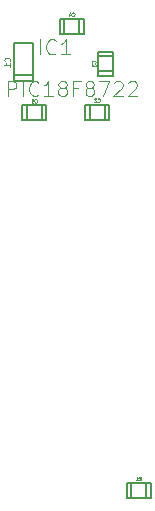
<source format=gbo>
G04 (created by PCBNEW (2013-07-07 BZR 4022)-stable) date 3/13/2015 2:12:22 PM*
%MOIN*%
G04 Gerber Fmt 3.4, Leading zero omitted, Abs format*
%FSLAX34Y34*%
G01*
G70*
G90*
G04 APERTURE LIST*
%ADD10C,0.00590551*%
%ADD11C,0.005*%
%ADD12C,0.0024*%
%ADD13C,0.0047*%
%ADD14C,0.0035*%
G04 APERTURE END LIST*
G54D10*
G54D11*
X63219Y-44225D02*
X63719Y-44225D01*
X63219Y-43725D02*
X63709Y-43725D01*
X63219Y-43575D02*
X63219Y-44375D01*
X63219Y-44375D02*
X63719Y-44375D01*
X63719Y-44375D02*
X63719Y-43575D01*
X63719Y-43575D02*
X63219Y-43575D01*
X60833Y-45371D02*
X60833Y-45871D01*
X61333Y-45371D02*
X61333Y-45861D01*
X61483Y-45371D02*
X60683Y-45371D01*
X60683Y-45371D02*
X60683Y-45871D01*
X60683Y-45871D02*
X61483Y-45871D01*
X61483Y-45871D02*
X61483Y-45371D01*
X62085Y-42481D02*
X62085Y-42981D01*
X62585Y-42481D02*
X62585Y-42971D01*
X62735Y-42481D02*
X61935Y-42481D01*
X61935Y-42481D02*
X61935Y-42981D01*
X61935Y-42981D02*
X62735Y-42981D01*
X62735Y-42981D02*
X62735Y-42481D01*
X62928Y-45343D02*
X62928Y-45843D01*
X63428Y-45343D02*
X63428Y-45833D01*
X63578Y-45343D02*
X62778Y-45343D01*
X62778Y-45343D02*
X62778Y-45843D01*
X62778Y-45843D02*
X63578Y-45843D01*
X63578Y-45843D02*
X63578Y-45343D01*
X64316Y-57958D02*
X64316Y-58458D01*
X64816Y-57958D02*
X64816Y-58448D01*
X64966Y-57958D02*
X64166Y-57958D01*
X64166Y-57958D02*
X64166Y-58458D01*
X64166Y-58458D02*
X64966Y-58458D01*
X64966Y-58458D02*
X64966Y-57958D01*
X61033Y-44370D02*
X60393Y-44370D01*
X60393Y-43290D02*
X61033Y-43290D01*
X61033Y-43290D02*
X61033Y-44550D01*
X61033Y-44550D02*
X60393Y-44550D01*
X60393Y-44550D02*
X60393Y-43290D01*
G54D12*
X63115Y-43955D02*
X63121Y-43950D01*
X63127Y-43933D01*
X63127Y-43922D01*
X63121Y-43905D01*
X63110Y-43894D01*
X63099Y-43888D01*
X63076Y-43882D01*
X63059Y-43882D01*
X63037Y-43888D01*
X63026Y-43894D01*
X63014Y-43905D01*
X63009Y-43922D01*
X63009Y-43933D01*
X63014Y-43950D01*
X63020Y-43955D01*
X63009Y-43995D02*
X63009Y-44068D01*
X63054Y-44028D01*
X63054Y-44045D01*
X63059Y-44057D01*
X63065Y-44062D01*
X63076Y-44068D01*
X63104Y-44068D01*
X63115Y-44062D01*
X63121Y-44057D01*
X63127Y-44045D01*
X63127Y-44012D01*
X63121Y-44000D01*
X63115Y-43995D01*
X61103Y-45267D02*
X61108Y-45273D01*
X61125Y-45279D01*
X61137Y-45279D01*
X61153Y-45273D01*
X61165Y-45262D01*
X61170Y-45250D01*
X61176Y-45228D01*
X61176Y-45211D01*
X61170Y-45189D01*
X61165Y-45177D01*
X61153Y-45166D01*
X61137Y-45161D01*
X61125Y-45161D01*
X61108Y-45166D01*
X61103Y-45172D01*
X60996Y-45161D02*
X61052Y-45161D01*
X61058Y-45217D01*
X61052Y-45211D01*
X61041Y-45205D01*
X61013Y-45205D01*
X61002Y-45211D01*
X60996Y-45217D01*
X60990Y-45228D01*
X60990Y-45256D01*
X60996Y-45267D01*
X61002Y-45273D01*
X61013Y-45279D01*
X61041Y-45279D01*
X61052Y-45273D01*
X61058Y-45267D01*
X62355Y-42378D02*
X62360Y-42383D01*
X62377Y-42389D01*
X62388Y-42389D01*
X62405Y-42383D01*
X62417Y-42372D01*
X62422Y-42361D01*
X62428Y-42338D01*
X62428Y-42321D01*
X62422Y-42299D01*
X62417Y-42288D01*
X62405Y-42276D01*
X62388Y-42271D01*
X62377Y-42271D01*
X62360Y-42276D01*
X62355Y-42282D01*
X62254Y-42310D02*
X62254Y-42389D01*
X62282Y-42265D02*
X62310Y-42349D01*
X62237Y-42349D01*
X63197Y-45240D02*
X63203Y-45245D01*
X63220Y-45251D01*
X63231Y-45251D01*
X63248Y-45245D01*
X63259Y-45234D01*
X63265Y-45223D01*
X63270Y-45200D01*
X63270Y-45184D01*
X63265Y-45161D01*
X63259Y-45150D01*
X63248Y-45139D01*
X63231Y-45133D01*
X63220Y-45133D01*
X63203Y-45139D01*
X63197Y-45144D01*
X63152Y-45144D02*
X63147Y-45139D01*
X63135Y-45133D01*
X63107Y-45133D01*
X63096Y-45139D01*
X63091Y-45144D01*
X63085Y-45155D01*
X63085Y-45167D01*
X63091Y-45184D01*
X63158Y-45251D01*
X63085Y-45251D01*
X64586Y-57866D02*
X64625Y-57810D01*
X64654Y-57866D02*
X64654Y-57748D01*
X64609Y-57748D01*
X64597Y-57754D01*
X64592Y-57759D01*
X64586Y-57770D01*
X64586Y-57787D01*
X64592Y-57798D01*
X64597Y-57804D01*
X64609Y-57810D01*
X64654Y-57810D01*
X64474Y-57866D02*
X64541Y-57866D01*
X64507Y-57866D02*
X64507Y-57748D01*
X64519Y-57765D01*
X64530Y-57776D01*
X64541Y-57782D01*
G54D13*
X60264Y-43897D02*
X60273Y-43888D01*
X60283Y-43860D01*
X60283Y-43841D01*
X60273Y-43813D01*
X60255Y-43794D01*
X60236Y-43785D01*
X60198Y-43775D01*
X60170Y-43775D01*
X60133Y-43785D01*
X60114Y-43794D01*
X60095Y-43813D01*
X60086Y-43841D01*
X60086Y-43860D01*
X60095Y-43888D01*
X60105Y-43897D01*
X60283Y-44085D02*
X60283Y-43972D01*
X60283Y-44028D02*
X60086Y-44028D01*
X60114Y-44010D01*
X60133Y-43991D01*
X60142Y-43972D01*
G54D14*
X61271Y-43672D02*
X61271Y-43172D01*
X61795Y-43624D02*
X61771Y-43648D01*
X61700Y-43672D01*
X61652Y-43672D01*
X61581Y-43648D01*
X61533Y-43600D01*
X61510Y-43553D01*
X61486Y-43458D01*
X61486Y-43386D01*
X61510Y-43291D01*
X61533Y-43243D01*
X61581Y-43196D01*
X61652Y-43172D01*
X61700Y-43172D01*
X61771Y-43196D01*
X61795Y-43220D01*
X62271Y-43672D02*
X61986Y-43672D01*
X62129Y-43672D02*
X62129Y-43172D01*
X62081Y-43243D01*
X62033Y-43291D01*
X61986Y-43315D01*
X60197Y-45062D02*
X60197Y-44562D01*
X60387Y-44562D01*
X60435Y-44586D01*
X60459Y-44610D01*
X60482Y-44657D01*
X60482Y-44729D01*
X60459Y-44776D01*
X60435Y-44800D01*
X60387Y-44824D01*
X60197Y-44824D01*
X60697Y-45062D02*
X60697Y-44562D01*
X61220Y-45014D02*
X61197Y-45038D01*
X61125Y-45062D01*
X61078Y-45062D01*
X61006Y-45038D01*
X60959Y-44990D01*
X60935Y-44943D01*
X60911Y-44848D01*
X60911Y-44776D01*
X60935Y-44681D01*
X60959Y-44633D01*
X61006Y-44586D01*
X61078Y-44562D01*
X61125Y-44562D01*
X61197Y-44586D01*
X61220Y-44610D01*
X61697Y-45062D02*
X61411Y-45062D01*
X61554Y-45062D02*
X61554Y-44562D01*
X61506Y-44633D01*
X61459Y-44681D01*
X61411Y-44705D01*
X61982Y-44776D02*
X61935Y-44752D01*
X61911Y-44729D01*
X61887Y-44681D01*
X61887Y-44657D01*
X61911Y-44610D01*
X61935Y-44586D01*
X61982Y-44562D01*
X62078Y-44562D01*
X62125Y-44586D01*
X62149Y-44610D01*
X62173Y-44657D01*
X62173Y-44681D01*
X62149Y-44729D01*
X62125Y-44752D01*
X62078Y-44776D01*
X61982Y-44776D01*
X61935Y-44800D01*
X61911Y-44824D01*
X61887Y-44871D01*
X61887Y-44967D01*
X61911Y-45014D01*
X61935Y-45038D01*
X61982Y-45062D01*
X62078Y-45062D01*
X62125Y-45038D01*
X62149Y-45014D01*
X62173Y-44967D01*
X62173Y-44871D01*
X62149Y-44824D01*
X62125Y-44800D01*
X62078Y-44776D01*
X62554Y-44800D02*
X62387Y-44800D01*
X62387Y-45062D02*
X62387Y-44562D01*
X62625Y-44562D01*
X62887Y-44776D02*
X62840Y-44752D01*
X62816Y-44729D01*
X62792Y-44681D01*
X62792Y-44657D01*
X62816Y-44610D01*
X62840Y-44586D01*
X62887Y-44562D01*
X62982Y-44562D01*
X63030Y-44586D01*
X63054Y-44610D01*
X63078Y-44657D01*
X63078Y-44681D01*
X63054Y-44729D01*
X63030Y-44752D01*
X62982Y-44776D01*
X62887Y-44776D01*
X62840Y-44800D01*
X62816Y-44824D01*
X62792Y-44871D01*
X62792Y-44967D01*
X62816Y-45014D01*
X62840Y-45038D01*
X62887Y-45062D01*
X62982Y-45062D01*
X63030Y-45038D01*
X63054Y-45014D01*
X63078Y-44967D01*
X63078Y-44871D01*
X63054Y-44824D01*
X63030Y-44800D01*
X62982Y-44776D01*
X63244Y-44562D02*
X63578Y-44562D01*
X63363Y-45062D01*
X63744Y-44610D02*
X63768Y-44586D01*
X63816Y-44562D01*
X63935Y-44562D01*
X63982Y-44586D01*
X64006Y-44610D01*
X64030Y-44657D01*
X64030Y-44705D01*
X64006Y-44776D01*
X63720Y-45062D01*
X64030Y-45062D01*
X64220Y-44610D02*
X64244Y-44586D01*
X64292Y-44562D01*
X64411Y-44562D01*
X64459Y-44586D01*
X64482Y-44610D01*
X64506Y-44657D01*
X64506Y-44705D01*
X64482Y-44776D01*
X64197Y-45062D01*
X64506Y-45062D01*
M02*

</source>
